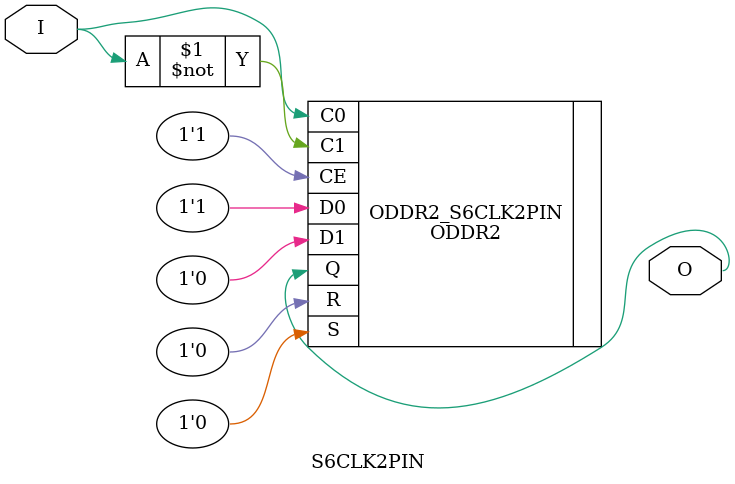
<source format=v>
module S6CLK2PIN
(
    input I,
    output O
);

    ODDR2 #(
           .DDR_ALIGNMENT("NONE"), // to "NONE", "C0" or "C1"
           .INIT(1'b0),            // output to 1'b0 or 1'b1
           .SRTYPE("ASYNC"))        // set/reset "SYNC" or "ASYNC"

         ODDR2_S6CLK2PIN
           (
        .Q(O),  // 1-bit DDR output data
        .C0(I), // 1-bit clock input
        .C1(~I), // 1-bit clock input
        .CE(1'b1), // 1-bit clock enable input
        .D0(1'b1), // 1-bit data input (associated with C0)
        .D1(1'b0), // 1-bit data input (associated with C1)
        .R(1'b0),  // 1-bit reset input
        .S(1'b0) );// 1-bit set input

endmodule //S6CLK2PIN

</source>
